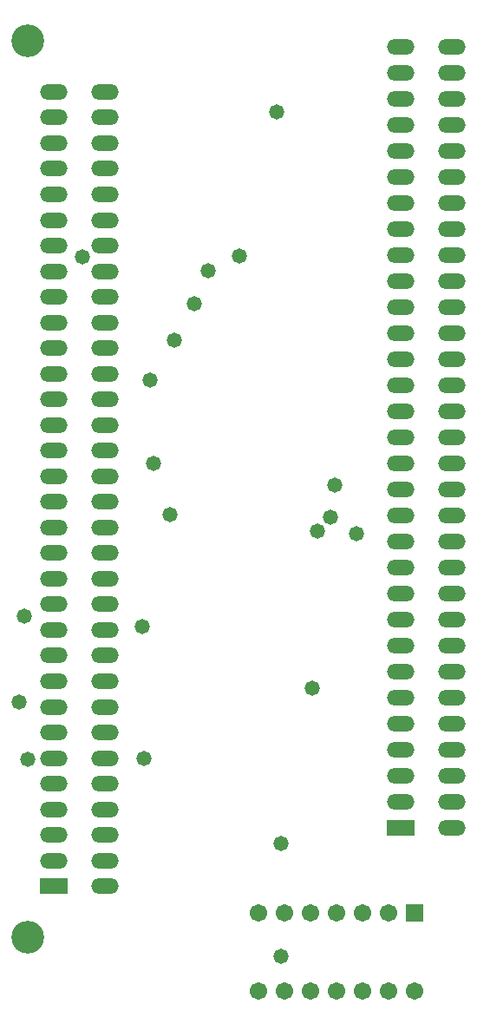
<source format=gts>
%FSLAX44Y44*%
%MOMM*%
G71*
G01*
G75*
G04 Layer_Color=8388736*
%ADD10C,0.2540*%
%ADD11O,2.5000X1.3000*%
%ADD12R,2.5000X1.3000*%
%ADD13C,3.0000*%
%ADD14R,1.5000X1.5000*%
%ADD15C,1.5000*%
%ADD16C,1.2700*%
%ADD17C,0.2000*%
%ADD18C,0.2500*%
%ADD19C,0.6000*%
%ADD20C,0.1524*%
%ADD21O,2.7032X1.5032*%
%ADD22R,2.7032X1.5032*%
%ADD23C,3.2032*%
%ADD24R,1.7032X1.7032*%
%ADD25C,1.7032*%
%ADD26C,1.4732*%
D21*
X695200Y1196200D02*
D03*
Y1170800D02*
D03*
Y1145400D02*
D03*
Y1120000D02*
D03*
Y1094600D02*
D03*
Y1069200D02*
D03*
Y1043800D02*
D03*
Y1018400D02*
D03*
Y993000D02*
D03*
Y967600D02*
D03*
Y942200D02*
D03*
Y916800D02*
D03*
Y891400D02*
D03*
Y866000D02*
D03*
Y840600D02*
D03*
Y815200D02*
D03*
Y789800D02*
D03*
Y764400D02*
D03*
Y739000D02*
D03*
Y713600D02*
D03*
Y688200D02*
D03*
Y662800D02*
D03*
Y637400D02*
D03*
Y612000D02*
D03*
Y586600D02*
D03*
Y561200D02*
D03*
Y535800D02*
D03*
Y510400D02*
D03*
Y485000D02*
D03*
Y459600D02*
D03*
X745200Y1196200D02*
D03*
Y1170800D02*
D03*
Y1145400D02*
D03*
Y1120000D02*
D03*
Y1094600D02*
D03*
Y1069200D02*
D03*
Y1043800D02*
D03*
Y1018400D02*
D03*
Y993000D02*
D03*
Y967600D02*
D03*
Y942200D02*
D03*
Y916800D02*
D03*
Y891400D02*
D03*
Y866000D02*
D03*
Y840600D02*
D03*
Y815200D02*
D03*
Y789800D02*
D03*
Y764400D02*
D03*
Y739000D02*
D03*
Y713600D02*
D03*
Y688200D02*
D03*
Y662800D02*
D03*
Y637400D02*
D03*
Y612000D02*
D03*
Y586600D02*
D03*
Y561200D02*
D03*
Y535800D02*
D03*
Y510400D02*
D03*
Y485000D02*
D03*
Y459600D02*
D03*
Y434200D02*
D03*
X406000Y377400D02*
D03*
Y402400D02*
D03*
Y427400D02*
D03*
Y452400D02*
D03*
Y477400D02*
D03*
Y502400D02*
D03*
Y527400D02*
D03*
Y552400D02*
D03*
Y577400D02*
D03*
Y602400D02*
D03*
Y627400D02*
D03*
Y652400D02*
D03*
Y677400D02*
D03*
Y702400D02*
D03*
Y727400D02*
D03*
Y752400D02*
D03*
Y777400D02*
D03*
Y802400D02*
D03*
Y827400D02*
D03*
Y852400D02*
D03*
Y877400D02*
D03*
Y902400D02*
D03*
Y927400D02*
D03*
Y952400D02*
D03*
Y977400D02*
D03*
Y1002400D02*
D03*
Y1027400D02*
D03*
Y1052400D02*
D03*
Y1077400D02*
D03*
Y1102400D02*
D03*
Y1127400D02*
D03*
Y1152400D02*
D03*
X356000Y402400D02*
D03*
Y427400D02*
D03*
Y452400D02*
D03*
Y477400D02*
D03*
Y502400D02*
D03*
Y527400D02*
D03*
Y552400D02*
D03*
Y577400D02*
D03*
Y602400D02*
D03*
Y627400D02*
D03*
Y652400D02*
D03*
Y677400D02*
D03*
Y702400D02*
D03*
Y727400D02*
D03*
Y752400D02*
D03*
Y777400D02*
D03*
Y802400D02*
D03*
Y827400D02*
D03*
Y852400D02*
D03*
Y877400D02*
D03*
Y902400D02*
D03*
Y927400D02*
D03*
Y952400D02*
D03*
Y977400D02*
D03*
Y1002400D02*
D03*
Y1027400D02*
D03*
Y1052400D02*
D03*
Y1077400D02*
D03*
Y1102400D02*
D03*
Y1127400D02*
D03*
Y1152400D02*
D03*
D22*
X695200Y434200D02*
D03*
X356000Y377400D02*
D03*
D23*
X331000Y1202400D02*
D03*
Y327400D02*
D03*
D24*
X708400Y351500D02*
D03*
D25*
X683000D02*
D03*
X657600D02*
D03*
X632200D02*
D03*
X606800D02*
D03*
X581400D02*
D03*
X556000D02*
D03*
X708400Y275300D02*
D03*
X683000D02*
D03*
X657600D02*
D03*
X632200D02*
D03*
X606800D02*
D03*
X581400D02*
D03*
X556000D02*
D03*
D26*
X327600Y641200D02*
D03*
X577800Y309400D02*
D03*
X330800Y501600D02*
D03*
X322200Y556800D02*
D03*
X469900Y739648D02*
D03*
X573786Y1132586D02*
D03*
X450088Y871474D02*
D03*
X442976Y630682D02*
D03*
X384156Y991550D02*
D03*
X444642Y501866D02*
D03*
X507028Y978284D02*
D03*
X493268Y945896D02*
D03*
X473600Y909800D02*
D03*
X608200Y570400D02*
D03*
X453200Y789800D02*
D03*
X613800Y724000D02*
D03*
X626600Y737200D02*
D03*
X630200Y768400D02*
D03*
X651400Y721200D02*
D03*
X578400Y419000D02*
D03*
X537200Y992000D02*
D03*
M02*

</source>
